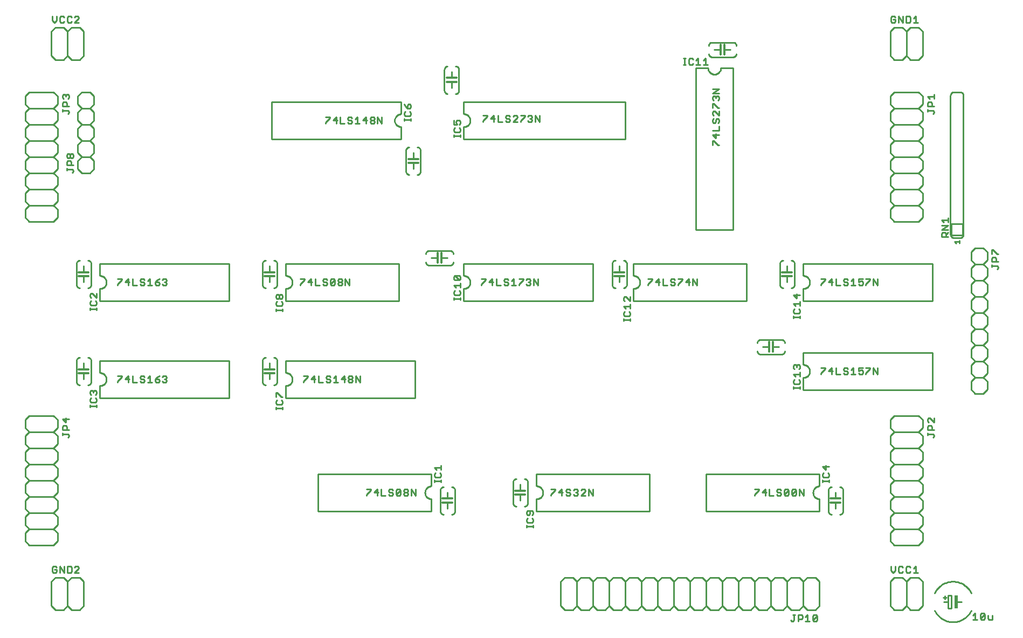
<source format=gtl>
G75*
%MOIN*%
%OFA0B0*%
%FSLAX24Y24*%
%IPPOS*%
%LPD*%
%AMOC8*
5,1,8,0,0,1.08239X$1,22.5*
%
%ADD10C,0.0100*%
%ADD11C,0.0120*%
%ADD12R,0.0200X0.0800*%
D10*
X006890Y005890D02*
X007140Y005640D01*
X007640Y005640D01*
X007890Y005890D01*
X007890Y007390D01*
X008140Y007640D01*
X008640Y007640D01*
X008890Y007390D01*
X008890Y005890D01*
X008640Y005640D01*
X008140Y005640D01*
X007890Y005890D01*
X006890Y005890D02*
X006890Y007390D01*
X007140Y007640D01*
X007640Y007640D01*
X007890Y007390D01*
X007861Y007940D02*
X008061Y007940D01*
X008128Y008007D01*
X008128Y008274D01*
X008061Y008340D01*
X007861Y008340D01*
X007861Y007940D01*
X007667Y007940D02*
X007667Y008340D01*
X007400Y008340D02*
X007667Y007940D01*
X007400Y007940D02*
X007400Y008340D01*
X007207Y008274D02*
X007140Y008340D01*
X007007Y008340D01*
X006940Y008274D01*
X006940Y008007D01*
X007007Y007940D01*
X007140Y007940D01*
X007207Y008007D01*
X007207Y008140D01*
X007073Y008140D01*
X008321Y008274D02*
X008388Y008340D01*
X008521Y008340D01*
X008588Y008274D01*
X008588Y008207D01*
X008321Y007940D01*
X008588Y007940D01*
X007015Y009640D02*
X005515Y009640D01*
X005265Y009890D01*
X005265Y010390D01*
X005515Y010640D01*
X007015Y010640D01*
X007265Y010390D01*
X007265Y009890D01*
X007015Y009640D01*
X007015Y010640D02*
X007265Y010890D01*
X007265Y011390D01*
X007015Y011640D01*
X005515Y011640D01*
X005265Y011390D01*
X005265Y010890D01*
X005515Y010640D01*
X005515Y011640D02*
X005265Y011890D01*
X005265Y012390D01*
X005515Y012640D01*
X007015Y012640D01*
X007265Y012390D01*
X007265Y011890D01*
X007015Y011640D01*
X007015Y012640D02*
X007265Y012890D01*
X007265Y013390D01*
X007015Y013640D01*
X005515Y013640D01*
X005265Y013390D01*
X005265Y012890D01*
X005515Y012640D01*
X005515Y013640D02*
X005265Y013890D01*
X005265Y014390D01*
X005515Y014640D01*
X007015Y014640D01*
X007265Y014390D01*
X007265Y013890D01*
X007015Y013640D01*
X007015Y014640D02*
X007265Y014890D01*
X007265Y015390D01*
X007015Y015640D01*
X005515Y015640D01*
X005265Y015390D01*
X005265Y014890D01*
X005515Y014640D01*
X005515Y015640D02*
X005265Y015890D01*
X005265Y016390D01*
X005515Y016640D01*
X007015Y016640D01*
X007265Y016390D01*
X007265Y015890D01*
X007015Y015640D01*
X007565Y016442D02*
X007565Y016576D01*
X007565Y016509D02*
X007898Y016509D01*
X007965Y016442D01*
X007965Y016376D01*
X007898Y016309D01*
X007832Y016769D02*
X007832Y016969D01*
X007765Y017036D01*
X007631Y017036D01*
X007565Y016969D01*
X007565Y016769D01*
X007965Y016769D01*
X007765Y017230D02*
X007765Y017496D01*
X007965Y017430D02*
X007565Y017430D01*
X007765Y017230D01*
X007265Y017390D02*
X007265Y016890D01*
X007015Y016640D01*
X007265Y017390D02*
X007015Y017640D01*
X005515Y017640D01*
X005265Y017390D01*
X005265Y016890D01*
X005515Y016640D01*
X009290Y018165D02*
X009290Y018298D01*
X009290Y018232D02*
X009690Y018232D01*
X009690Y018298D02*
X009690Y018165D01*
X009623Y018472D02*
X009690Y018539D01*
X009690Y018672D01*
X009623Y018739D01*
X009623Y018932D02*
X009690Y018999D01*
X009690Y019132D01*
X009623Y019199D01*
X009557Y019199D01*
X009490Y019132D01*
X009490Y019066D01*
X009490Y019132D02*
X009423Y019199D01*
X009356Y019199D01*
X009290Y019132D01*
X009290Y018999D01*
X009356Y018932D01*
X009356Y018739D02*
X009290Y018672D01*
X009290Y018539D01*
X009356Y018472D01*
X009623Y018472D01*
X009890Y018740D02*
X009890Y019490D01*
X009929Y019492D01*
X009968Y019498D01*
X010006Y019507D01*
X010043Y019520D01*
X010079Y019537D01*
X010112Y019557D01*
X010144Y019581D01*
X010173Y019607D01*
X010199Y019636D01*
X010223Y019668D01*
X010243Y019701D01*
X010260Y019737D01*
X010273Y019774D01*
X010282Y019812D01*
X010288Y019851D01*
X010290Y019890D01*
X010288Y019929D01*
X010282Y019968D01*
X010273Y020006D01*
X010260Y020043D01*
X010243Y020079D01*
X010223Y020112D01*
X010199Y020144D01*
X010173Y020173D01*
X010144Y020199D01*
X010112Y020223D01*
X010079Y020243D01*
X010043Y020260D01*
X010006Y020273D01*
X009968Y020282D01*
X009929Y020288D01*
X009890Y020290D01*
X009890Y021040D01*
X017890Y021040D01*
X017890Y018740D01*
X009890Y018740D01*
X009340Y019740D02*
X009340Y021040D01*
X009338Y021066D01*
X009333Y021092D01*
X009325Y021117D01*
X009313Y021140D01*
X009299Y021162D01*
X009281Y021181D01*
X009262Y021199D01*
X009240Y021213D01*
X009217Y021225D01*
X009192Y021233D01*
X009166Y021238D01*
X009140Y021240D01*
X008890Y020890D02*
X008890Y020510D01*
X008890Y020260D02*
X008890Y019890D01*
X008640Y019540D02*
X008614Y019542D01*
X008588Y019547D01*
X008563Y019555D01*
X008540Y019567D01*
X008518Y019581D01*
X008499Y019599D01*
X008481Y019618D01*
X008467Y019640D01*
X008455Y019663D01*
X008447Y019688D01*
X008442Y019714D01*
X008440Y019740D01*
X008440Y021040D01*
X008442Y021066D01*
X008447Y021092D01*
X008455Y021117D01*
X008467Y021140D01*
X008481Y021162D01*
X008499Y021181D01*
X008518Y021199D01*
X008540Y021213D01*
X008563Y021225D01*
X008588Y021233D01*
X008614Y021238D01*
X008640Y021240D01*
X010990Y020090D02*
X011257Y020090D01*
X011257Y020024D01*
X010990Y019757D01*
X010990Y019690D01*
X011450Y019890D02*
X011717Y019890D01*
X011651Y019690D02*
X011651Y020090D01*
X011450Y019890D01*
X011911Y020090D02*
X011911Y019690D01*
X012178Y019690D01*
X012371Y019757D02*
X012438Y019690D01*
X012571Y019690D01*
X012638Y019757D01*
X012638Y019823D01*
X012571Y019890D01*
X012438Y019890D01*
X012371Y019957D01*
X012371Y020024D01*
X012438Y020090D01*
X012571Y020090D01*
X012638Y020024D01*
X012832Y019957D02*
X012965Y020090D01*
X012965Y019690D01*
X012832Y019690D02*
X013098Y019690D01*
X013292Y019757D02*
X013359Y019690D01*
X013492Y019690D01*
X013559Y019757D01*
X013559Y019823D01*
X013492Y019890D01*
X013292Y019890D01*
X013292Y019757D01*
X013292Y019890D02*
X013425Y020024D01*
X013559Y020090D01*
X013752Y020024D02*
X013819Y020090D01*
X013953Y020090D01*
X014019Y020024D01*
X014019Y019957D01*
X013953Y019890D01*
X014019Y019823D01*
X014019Y019757D01*
X013953Y019690D01*
X013819Y019690D01*
X013752Y019757D01*
X013886Y019890D02*
X013953Y019890D01*
X009340Y019740D02*
X009338Y019714D01*
X009333Y019688D01*
X009325Y019663D01*
X009313Y019640D01*
X009299Y019618D01*
X009281Y019599D01*
X009262Y019581D01*
X009240Y019567D01*
X009217Y019555D01*
X009192Y019547D01*
X009166Y019542D01*
X009140Y019540D01*
X009290Y024165D02*
X009290Y024298D01*
X009290Y024232D02*
X009690Y024232D01*
X009690Y024298D02*
X009690Y024165D01*
X009623Y024472D02*
X009690Y024539D01*
X009690Y024672D01*
X009623Y024739D01*
X009690Y024932D02*
X009423Y025199D01*
X009356Y025199D01*
X009290Y025132D01*
X009290Y024999D01*
X009356Y024932D01*
X009356Y024739D02*
X009290Y024672D01*
X009290Y024539D01*
X009356Y024472D01*
X009623Y024472D01*
X009890Y024740D02*
X009890Y025490D01*
X009690Y025199D02*
X009690Y024932D01*
X009890Y024740D02*
X017890Y024740D01*
X017890Y027040D01*
X009890Y027040D01*
X009890Y026290D01*
X009929Y026288D01*
X009968Y026282D01*
X010006Y026273D01*
X010043Y026260D01*
X010079Y026243D01*
X010112Y026223D01*
X010144Y026199D01*
X010173Y026173D01*
X010199Y026144D01*
X010223Y026112D01*
X010243Y026079D01*
X010260Y026043D01*
X010273Y026006D01*
X010282Y025968D01*
X010288Y025929D01*
X010290Y025890D01*
X010288Y025851D01*
X010282Y025812D01*
X010273Y025774D01*
X010260Y025737D01*
X010243Y025701D01*
X010223Y025668D01*
X010199Y025636D01*
X010173Y025607D01*
X010144Y025581D01*
X010112Y025557D01*
X010079Y025537D01*
X010043Y025520D01*
X010006Y025507D01*
X009968Y025498D01*
X009929Y025492D01*
X009890Y025490D01*
X009340Y025740D02*
X009340Y027040D01*
X009338Y027066D01*
X009333Y027092D01*
X009325Y027117D01*
X009313Y027140D01*
X009299Y027162D01*
X009281Y027181D01*
X009262Y027199D01*
X009240Y027213D01*
X009217Y027225D01*
X009192Y027233D01*
X009166Y027238D01*
X009140Y027240D01*
X008890Y026890D02*
X008890Y026510D01*
X008890Y026260D02*
X008890Y025890D01*
X008640Y025540D02*
X008614Y025542D01*
X008588Y025547D01*
X008563Y025555D01*
X008540Y025567D01*
X008518Y025581D01*
X008499Y025599D01*
X008481Y025618D01*
X008467Y025640D01*
X008455Y025663D01*
X008447Y025688D01*
X008442Y025714D01*
X008440Y025740D01*
X008440Y027040D01*
X008442Y027066D01*
X008447Y027092D01*
X008455Y027117D01*
X008467Y027140D01*
X008481Y027162D01*
X008499Y027181D01*
X008518Y027199D01*
X008540Y027213D01*
X008563Y027225D01*
X008588Y027233D01*
X008614Y027238D01*
X008640Y027240D01*
X009340Y025740D02*
X009338Y025714D01*
X009333Y025688D01*
X009325Y025663D01*
X009313Y025640D01*
X009299Y025618D01*
X009281Y025599D01*
X009262Y025581D01*
X009240Y025567D01*
X009217Y025555D01*
X009192Y025547D01*
X009166Y025542D01*
X009140Y025540D01*
X010990Y025690D02*
X010990Y025757D01*
X011257Y026024D01*
X011257Y026090D01*
X010990Y026090D01*
X011450Y025890D02*
X011717Y025890D01*
X011651Y025690D02*
X011651Y026090D01*
X011450Y025890D01*
X011911Y025690D02*
X012178Y025690D01*
X012371Y025757D02*
X012438Y025690D01*
X012571Y025690D01*
X012638Y025757D01*
X012638Y025823D01*
X012571Y025890D01*
X012438Y025890D01*
X012371Y025957D01*
X012371Y026024D01*
X012438Y026090D01*
X012571Y026090D01*
X012638Y026024D01*
X012832Y025957D02*
X012965Y026090D01*
X012965Y025690D01*
X012832Y025690D02*
X013098Y025690D01*
X013292Y025757D02*
X013359Y025690D01*
X013492Y025690D01*
X013559Y025757D01*
X013559Y025823D01*
X013492Y025890D01*
X013292Y025890D01*
X013292Y025757D01*
X013292Y025890D02*
X013425Y026024D01*
X013559Y026090D01*
X013752Y026024D02*
X013819Y026090D01*
X013953Y026090D01*
X014019Y026024D01*
X014019Y025957D01*
X013953Y025890D01*
X014019Y025823D01*
X014019Y025757D01*
X013953Y025690D01*
X013819Y025690D01*
X013752Y025757D01*
X013886Y025890D02*
X013953Y025890D01*
X011911Y026090D02*
X011911Y025690D01*
X007265Y029890D02*
X007015Y029640D01*
X005515Y029640D01*
X005265Y029890D01*
X005265Y030390D01*
X005515Y030640D01*
X007015Y030640D01*
X007265Y030390D01*
X007265Y029890D01*
X007015Y030640D02*
X007265Y030890D01*
X007265Y031390D01*
X007015Y031640D01*
X005515Y031640D01*
X005265Y031390D01*
X005265Y030890D01*
X005515Y030640D01*
X005515Y031640D02*
X005265Y031890D01*
X005265Y032390D01*
X005515Y032640D01*
X007015Y032640D01*
X007265Y032390D01*
X007265Y031890D01*
X007015Y031640D01*
X007015Y032640D02*
X007265Y032890D01*
X007265Y033390D01*
X007015Y033640D01*
X005515Y033640D01*
X005265Y033390D01*
X005265Y032890D01*
X005515Y032640D01*
X005515Y033640D02*
X005265Y033890D01*
X005265Y034390D01*
X005515Y034640D01*
X007015Y034640D01*
X007265Y034390D01*
X007265Y033890D01*
X007015Y033640D01*
X007845Y033648D02*
X007845Y033781D01*
X007911Y033848D01*
X007978Y033848D01*
X008045Y033781D01*
X008045Y033648D01*
X007978Y033581D01*
X007911Y033581D01*
X007845Y033648D01*
X008045Y033648D02*
X008112Y033581D01*
X008178Y033581D01*
X008245Y033648D01*
X008245Y033781D01*
X008178Y033848D01*
X008112Y033848D01*
X008045Y033781D01*
X008045Y033387D02*
X008112Y033321D01*
X008112Y033120D01*
X008245Y033120D02*
X007845Y033120D01*
X007845Y033321D01*
X007911Y033387D01*
X008045Y033387D01*
X008515Y033390D02*
X008515Y032890D01*
X008765Y032640D01*
X009265Y032640D01*
X009515Y032890D01*
X009515Y033390D01*
X009265Y033640D01*
X009515Y033890D01*
X009515Y034390D01*
X009265Y034640D01*
X008765Y034640D01*
X008515Y034390D01*
X008515Y033890D01*
X008765Y033640D01*
X009265Y033640D01*
X008765Y033640D02*
X008515Y033390D01*
X008178Y032860D02*
X007845Y032860D01*
X007845Y032793D02*
X007845Y032927D01*
X008178Y032860D02*
X008245Y032793D01*
X008245Y032727D01*
X008178Y032660D01*
X008765Y034640D02*
X008515Y034890D01*
X008515Y035390D01*
X008765Y035640D01*
X008515Y035890D01*
X008515Y036390D01*
X008765Y036640D01*
X008515Y036890D01*
X008515Y037390D01*
X008765Y037640D01*
X009265Y037640D01*
X009515Y037390D01*
X009515Y036890D01*
X009265Y036640D01*
X009515Y036390D01*
X009515Y035890D01*
X009265Y035640D01*
X009515Y035390D01*
X009515Y034890D01*
X009265Y034640D01*
X009265Y035640D02*
X008765Y035640D01*
X007965Y036376D02*
X007898Y036309D01*
X007965Y036376D02*
X007965Y036442D01*
X007898Y036509D01*
X007565Y036509D01*
X007565Y036442D02*
X007565Y036576D01*
X007565Y036769D02*
X007565Y036969D01*
X007631Y037036D01*
X007765Y037036D01*
X007832Y036969D01*
X007832Y036769D01*
X007965Y036769D02*
X007565Y036769D01*
X007265Y036890D02*
X007015Y036640D01*
X005515Y036640D01*
X005265Y036390D01*
X005265Y035890D01*
X005515Y035640D01*
X007015Y035640D01*
X007265Y035390D01*
X007265Y034890D01*
X007015Y034640D01*
X007015Y035640D02*
X007265Y035890D01*
X007265Y036390D01*
X007015Y036640D01*
X007265Y036890D02*
X007265Y037390D01*
X007015Y037640D01*
X005515Y037640D01*
X005265Y037390D01*
X005265Y036890D01*
X005515Y036640D01*
X005515Y035640D02*
X005265Y035390D01*
X005265Y034890D01*
X005515Y034640D01*
X007631Y037230D02*
X007565Y037296D01*
X007565Y037430D01*
X007631Y037496D01*
X007698Y037496D01*
X007765Y037430D01*
X007832Y037496D01*
X007898Y037496D01*
X007965Y037430D01*
X007965Y037296D01*
X007898Y037230D01*
X007765Y037363D02*
X007765Y037430D01*
X008765Y036640D02*
X009265Y036640D01*
X008640Y039640D02*
X008140Y039640D01*
X007890Y039890D01*
X007890Y041390D01*
X008140Y041640D01*
X008640Y041640D01*
X008890Y041390D01*
X008890Y039890D01*
X008640Y039640D01*
X007890Y039890D02*
X007640Y039640D01*
X007140Y039640D01*
X006890Y039890D01*
X006890Y041390D01*
X007140Y041640D01*
X007640Y041640D01*
X007890Y041390D01*
X007928Y041940D02*
X008061Y041940D01*
X008128Y042007D01*
X008321Y041940D02*
X008588Y042207D01*
X008588Y042274D01*
X008521Y042340D01*
X008388Y042340D01*
X008321Y042274D01*
X008128Y042274D02*
X008061Y042340D01*
X007928Y042340D01*
X007861Y042274D01*
X007861Y042007D01*
X007928Y041940D01*
X007667Y042007D02*
X007601Y041940D01*
X007467Y041940D01*
X007400Y042007D01*
X007400Y042274D01*
X007467Y042340D01*
X007601Y042340D01*
X007667Y042274D01*
X007207Y042340D02*
X007207Y042073D01*
X007073Y041940D01*
X006940Y042073D01*
X006940Y042340D01*
X008321Y041940D02*
X008588Y041940D01*
X020515Y037040D02*
X020515Y034740D01*
X028515Y034740D01*
X028515Y035490D01*
X028476Y035492D01*
X028437Y035498D01*
X028399Y035507D01*
X028362Y035520D01*
X028326Y035537D01*
X028293Y035557D01*
X028261Y035581D01*
X028232Y035607D01*
X028206Y035636D01*
X028182Y035668D01*
X028162Y035701D01*
X028145Y035737D01*
X028132Y035774D01*
X028123Y035812D01*
X028117Y035851D01*
X028115Y035890D01*
X028117Y035929D01*
X028123Y035968D01*
X028132Y036006D01*
X028145Y036043D01*
X028162Y036079D01*
X028182Y036112D01*
X028206Y036144D01*
X028232Y036173D01*
X028261Y036199D01*
X028293Y036223D01*
X028326Y036243D01*
X028362Y036260D01*
X028399Y036273D01*
X028437Y036282D01*
X028476Y036288D01*
X028515Y036290D01*
X028515Y037040D01*
X020515Y037040D01*
X023832Y036090D02*
X024099Y036090D01*
X024099Y036024D01*
X023832Y035757D01*
X023832Y035690D01*
X024292Y035890D02*
X024559Y035890D01*
X024492Y035690D02*
X024492Y036090D01*
X024292Y035890D01*
X024753Y036090D02*
X024753Y035690D01*
X025020Y035690D01*
X025213Y035757D02*
X025280Y035690D01*
X025413Y035690D01*
X025480Y035757D01*
X025480Y035823D01*
X025413Y035890D01*
X025280Y035890D01*
X025213Y035957D01*
X025213Y036024D01*
X025280Y036090D01*
X025413Y036090D01*
X025480Y036024D01*
X025673Y035957D02*
X025807Y036090D01*
X025807Y035690D01*
X025940Y035690D02*
X025673Y035690D01*
X026134Y035890D02*
X026401Y035890D01*
X026594Y035823D02*
X026661Y035890D01*
X026794Y035890D01*
X026861Y035823D01*
X026861Y035757D01*
X026794Y035690D01*
X026661Y035690D01*
X026594Y035757D01*
X026594Y035823D01*
X026661Y035890D02*
X026594Y035957D01*
X026594Y036024D01*
X026661Y036090D01*
X026794Y036090D01*
X026861Y036024D01*
X026861Y035957D01*
X026794Y035890D01*
X027055Y035690D02*
X027055Y036090D01*
X027321Y035690D01*
X027321Y036090D01*
X026334Y036090D02*
X026334Y035690D01*
X026134Y035890D02*
X026334Y036090D01*
X028715Y035996D02*
X028715Y035862D01*
X028715Y035929D02*
X029115Y035929D01*
X029115Y035862D02*
X029115Y035996D01*
X029048Y036169D02*
X029115Y036236D01*
X029115Y036369D01*
X029048Y036436D01*
X029048Y036630D02*
X029115Y036696D01*
X029115Y036830D01*
X029048Y036896D01*
X028982Y036896D01*
X028915Y036830D01*
X028915Y036630D01*
X029048Y036630D01*
X028915Y036630D02*
X028781Y036763D01*
X028715Y036896D01*
X028781Y036436D02*
X028715Y036369D01*
X028715Y036236D01*
X028781Y036169D01*
X029048Y036169D01*
X029015Y034240D02*
X028989Y034238D01*
X028963Y034233D01*
X028938Y034225D01*
X028915Y034213D01*
X028893Y034199D01*
X028874Y034181D01*
X028856Y034162D01*
X028842Y034140D01*
X028830Y034117D01*
X028822Y034092D01*
X028817Y034066D01*
X028815Y034040D01*
X028815Y032740D01*
X028817Y032714D01*
X028822Y032688D01*
X028830Y032663D01*
X028842Y032640D01*
X028856Y032618D01*
X028874Y032599D01*
X028893Y032581D01*
X028915Y032567D01*
X028938Y032555D01*
X028963Y032547D01*
X028989Y032542D01*
X029015Y032540D01*
X029265Y032890D02*
X029265Y033260D01*
X029265Y033510D02*
X029265Y033890D01*
X029515Y034240D02*
X029541Y034238D01*
X029567Y034233D01*
X029592Y034225D01*
X029615Y034213D01*
X029637Y034199D01*
X029656Y034181D01*
X029674Y034162D01*
X029688Y034140D01*
X029700Y034117D01*
X029708Y034092D01*
X029713Y034066D01*
X029715Y034040D01*
X029715Y032740D01*
X029713Y032714D01*
X029708Y032688D01*
X029700Y032663D01*
X029688Y032640D01*
X029674Y032618D01*
X029656Y032599D01*
X029637Y032581D01*
X029615Y032567D01*
X029592Y032555D01*
X029567Y032547D01*
X029541Y032542D01*
X029515Y032540D01*
X031790Y034865D02*
X031790Y034998D01*
X031790Y034932D02*
X032190Y034932D01*
X032190Y034998D02*
X032190Y034865D01*
X032390Y034740D02*
X032390Y035490D01*
X032190Y035372D02*
X032123Y035439D01*
X032190Y035372D02*
X032190Y035239D01*
X032123Y035172D01*
X031856Y035172D01*
X031790Y035239D01*
X031790Y035372D01*
X031856Y035439D01*
X031790Y035632D02*
X031990Y035632D01*
X031923Y035766D01*
X031923Y035832D01*
X031990Y035899D01*
X032123Y035899D01*
X032190Y035832D01*
X032190Y035699D01*
X032123Y035632D01*
X031790Y035632D02*
X031790Y035899D01*
X032390Y036290D02*
X032429Y036288D01*
X032468Y036282D01*
X032506Y036273D01*
X032543Y036260D01*
X032579Y036243D01*
X032612Y036223D01*
X032644Y036199D01*
X032673Y036173D01*
X032699Y036144D01*
X032723Y036112D01*
X032743Y036079D01*
X032760Y036043D01*
X032773Y036006D01*
X032782Y035968D01*
X032788Y035929D01*
X032790Y035890D01*
X032788Y035851D01*
X032782Y035812D01*
X032773Y035774D01*
X032760Y035737D01*
X032743Y035701D01*
X032723Y035668D01*
X032699Y035636D01*
X032673Y035607D01*
X032644Y035581D01*
X032612Y035557D01*
X032579Y035537D01*
X032543Y035520D01*
X032506Y035507D01*
X032468Y035498D01*
X032429Y035492D01*
X032390Y035490D01*
X032390Y036290D02*
X032390Y037040D01*
X042390Y037040D01*
X042390Y034740D01*
X032390Y034740D01*
X033590Y035790D02*
X033590Y035857D01*
X033857Y036124D01*
X033857Y036190D01*
X033590Y036190D01*
X034050Y035990D02*
X034317Y035990D01*
X034251Y035790D02*
X034251Y036190D01*
X034050Y035990D01*
X034511Y036190D02*
X034511Y035790D01*
X034778Y035790D01*
X034971Y035857D02*
X035038Y035790D01*
X035171Y035790D01*
X035238Y035857D01*
X035238Y035923D01*
X035171Y035990D01*
X035038Y035990D01*
X034971Y036057D01*
X034971Y036124D01*
X035038Y036190D01*
X035171Y036190D01*
X035238Y036124D01*
X035432Y036124D02*
X035498Y036190D01*
X035632Y036190D01*
X035698Y036124D01*
X035698Y036057D01*
X035432Y035790D01*
X035698Y035790D01*
X035892Y035790D02*
X035892Y035857D01*
X036159Y036124D01*
X036159Y036190D01*
X035892Y036190D01*
X036352Y036124D02*
X036419Y036190D01*
X036553Y036190D01*
X036619Y036124D01*
X036619Y036057D01*
X036553Y035990D01*
X036619Y035923D01*
X036619Y035857D01*
X036553Y035790D01*
X036419Y035790D01*
X036352Y035857D01*
X036486Y035990D02*
X036553Y035990D01*
X036813Y035790D02*
X036813Y036190D01*
X037080Y035790D01*
X037080Y036190D01*
X032090Y037740D02*
X032090Y039040D01*
X032088Y039066D01*
X032083Y039092D01*
X032075Y039117D01*
X032063Y039140D01*
X032049Y039162D01*
X032031Y039181D01*
X032012Y039199D01*
X031990Y039213D01*
X031967Y039225D01*
X031942Y039233D01*
X031916Y039238D01*
X031890Y039240D01*
X031640Y038890D02*
X031640Y038520D01*
X031640Y038270D02*
X031640Y037890D01*
X031890Y037540D02*
X031916Y037542D01*
X031942Y037547D01*
X031967Y037555D01*
X031990Y037567D01*
X032012Y037581D01*
X032031Y037599D01*
X032049Y037618D01*
X032063Y037640D01*
X032075Y037663D01*
X032083Y037688D01*
X032088Y037714D01*
X032090Y037740D01*
X031390Y037540D02*
X031364Y037542D01*
X031338Y037547D01*
X031313Y037555D01*
X031290Y037567D01*
X031268Y037581D01*
X031249Y037599D01*
X031231Y037618D01*
X031217Y037640D01*
X031205Y037663D01*
X031197Y037688D01*
X031192Y037714D01*
X031190Y037740D01*
X031190Y039040D01*
X031192Y039066D01*
X031197Y039092D01*
X031205Y039117D01*
X031217Y039140D01*
X031231Y039162D01*
X031249Y039181D01*
X031268Y039199D01*
X031290Y039213D01*
X031313Y039225D01*
X031338Y039233D01*
X031364Y039238D01*
X031390Y039240D01*
X045990Y039340D02*
X046123Y039340D01*
X046057Y039340D02*
X046057Y039740D01*
X046123Y039740D02*
X045990Y039740D01*
X046297Y039674D02*
X046297Y039407D01*
X046364Y039340D01*
X046497Y039340D01*
X046564Y039407D01*
X046757Y039340D02*
X047024Y039340D01*
X046891Y039340D02*
X046891Y039740D01*
X046757Y039607D01*
X046564Y039674D02*
X046497Y039740D01*
X046364Y039740D01*
X046297Y039674D01*
X046740Y039140D02*
X047490Y039140D01*
X047485Y039340D02*
X047218Y039340D01*
X047351Y039340D02*
X047351Y039740D01*
X047218Y039607D01*
X047740Y039815D02*
X049040Y039815D01*
X049066Y039817D01*
X049092Y039822D01*
X049117Y039830D01*
X049140Y039842D01*
X049162Y039856D01*
X049181Y039874D01*
X049199Y039893D01*
X049213Y039915D01*
X049225Y039938D01*
X049233Y039963D01*
X049238Y039989D01*
X049240Y040015D01*
X048890Y040265D02*
X048510Y040265D01*
X048260Y040265D02*
X047890Y040265D01*
X047540Y040515D02*
X047542Y040541D01*
X047547Y040567D01*
X047555Y040592D01*
X047567Y040615D01*
X047581Y040637D01*
X047599Y040656D01*
X047618Y040674D01*
X047640Y040688D01*
X047663Y040700D01*
X047688Y040708D01*
X047714Y040713D01*
X047740Y040715D01*
X049040Y040715D01*
X049066Y040713D01*
X049092Y040708D01*
X049117Y040700D01*
X049140Y040688D01*
X049162Y040674D01*
X049181Y040656D01*
X049199Y040637D01*
X049213Y040615D01*
X049225Y040592D01*
X049233Y040567D01*
X049238Y040541D01*
X049240Y040515D01*
X049040Y039140D02*
X048290Y039140D01*
X048288Y039101D01*
X048282Y039062D01*
X048273Y039024D01*
X048260Y038987D01*
X048243Y038951D01*
X048223Y038918D01*
X048199Y038886D01*
X048173Y038857D01*
X048144Y038831D01*
X048112Y038807D01*
X048079Y038787D01*
X048043Y038770D01*
X048006Y038757D01*
X047968Y038748D01*
X047929Y038742D01*
X047890Y038740D01*
X047851Y038742D01*
X047812Y038748D01*
X047774Y038757D01*
X047737Y038770D01*
X047701Y038787D01*
X047668Y038807D01*
X047636Y038831D01*
X047607Y038857D01*
X047581Y038886D01*
X047557Y038918D01*
X047537Y038951D01*
X047520Y038987D01*
X047507Y039024D01*
X047498Y039062D01*
X047492Y039101D01*
X047490Y039140D01*
X046740Y039140D02*
X046740Y029140D01*
X049040Y029140D01*
X049040Y039140D01*
X047740Y039815D02*
X047714Y039817D01*
X047688Y039822D01*
X047663Y039830D01*
X047640Y039842D01*
X047618Y039856D01*
X047599Y039874D01*
X047581Y039893D01*
X047567Y039915D01*
X047555Y039938D01*
X047547Y039963D01*
X047542Y039989D01*
X047540Y040015D01*
X047790Y037846D02*
X048190Y037846D01*
X047790Y037580D01*
X048190Y037580D01*
X048123Y037386D02*
X048190Y037319D01*
X048190Y037186D01*
X048123Y037119D01*
X047990Y037253D02*
X047990Y037319D01*
X048057Y037386D01*
X048123Y037386D01*
X047990Y037319D02*
X047923Y037386D01*
X047856Y037386D01*
X047790Y037319D01*
X047790Y037186D01*
X047856Y037119D01*
X047856Y036926D02*
X048123Y036659D01*
X048190Y036659D01*
X048190Y036465D02*
X048190Y036198D01*
X047923Y036465D01*
X047856Y036465D01*
X047790Y036399D01*
X047790Y036265D01*
X047856Y036198D01*
X047856Y036005D02*
X047790Y035938D01*
X047790Y035805D01*
X047856Y035738D01*
X047923Y035738D01*
X047990Y035805D01*
X047990Y035938D01*
X048057Y036005D01*
X048123Y036005D01*
X048190Y035938D01*
X048190Y035805D01*
X048123Y035738D01*
X048190Y035545D02*
X048190Y035278D01*
X047790Y035278D01*
X047790Y035017D02*
X047990Y034817D01*
X047990Y035084D01*
X048190Y035017D02*
X047790Y035017D01*
X047790Y034624D02*
X047856Y034624D01*
X048123Y034357D01*
X048190Y034357D01*
X047790Y034357D02*
X047790Y034624D01*
X047790Y036659D02*
X047790Y036926D01*
X047856Y036926D01*
X058765Y036890D02*
X058765Y037390D01*
X059015Y037640D01*
X060515Y037640D01*
X060765Y037390D01*
X060765Y036890D01*
X060515Y036640D01*
X059015Y036640D01*
X058765Y036390D01*
X058765Y035890D01*
X059015Y035640D01*
X060515Y035640D01*
X060765Y035390D01*
X060765Y034890D01*
X060515Y034640D01*
X059015Y034640D01*
X058765Y034390D01*
X058765Y033890D01*
X059015Y033640D01*
X060515Y033640D01*
X060765Y033390D01*
X060765Y032890D01*
X060515Y032640D01*
X059015Y032640D01*
X058765Y032390D01*
X058765Y031890D01*
X059015Y031640D01*
X060515Y031640D01*
X060765Y031390D01*
X060765Y030890D01*
X060515Y030640D01*
X060765Y030390D01*
X060765Y029890D01*
X060515Y029640D01*
X059015Y029640D01*
X058765Y029890D01*
X058765Y030390D01*
X059015Y030640D01*
X060515Y030640D01*
X059015Y030640D02*
X058765Y030890D01*
X058765Y031390D01*
X059015Y031640D01*
X059015Y032640D02*
X058765Y032890D01*
X058765Y033390D01*
X059015Y033640D01*
X059015Y034640D02*
X058765Y034890D01*
X058765Y035390D01*
X059015Y035640D01*
X059015Y036640D02*
X058765Y036890D01*
X060515Y036640D02*
X060765Y036390D01*
X060765Y035890D01*
X060515Y035640D01*
X061398Y036309D02*
X061465Y036376D01*
X061465Y036442D01*
X061398Y036509D01*
X061065Y036509D01*
X061065Y036442D02*
X061065Y036576D01*
X061065Y036769D02*
X061065Y036969D01*
X061131Y037036D01*
X061265Y037036D01*
X061332Y036969D01*
X061332Y036769D01*
X061465Y036769D02*
X061065Y036769D01*
X061198Y037230D02*
X061065Y037363D01*
X061465Y037363D01*
X061465Y037230D02*
X061465Y037496D01*
X062490Y037440D02*
X062490Y028840D01*
X062540Y028790D02*
X062540Y029490D01*
X063240Y029490D01*
X063240Y028790D01*
X062540Y028790D01*
X062490Y028840D02*
X062492Y028814D01*
X062497Y028788D01*
X062505Y028763D01*
X062517Y028740D01*
X062531Y028718D01*
X062549Y028699D01*
X062568Y028681D01*
X062590Y028667D01*
X062613Y028655D01*
X062638Y028647D01*
X062664Y028642D01*
X062690Y028640D01*
X063090Y028640D01*
X063040Y028483D02*
X063040Y028290D01*
X063040Y028387D02*
X062750Y028387D01*
X062847Y028290D01*
X062340Y028690D02*
X061940Y028690D01*
X061940Y028890D01*
X062006Y028957D01*
X062140Y028957D01*
X062207Y028890D01*
X062207Y028690D01*
X062207Y028823D02*
X062340Y028957D01*
X062340Y029150D02*
X061940Y029150D01*
X062340Y029417D01*
X061940Y029417D01*
X062073Y029611D02*
X061940Y029744D01*
X062340Y029744D01*
X062340Y029611D02*
X062340Y029878D01*
X063290Y028840D02*
X063288Y028814D01*
X063283Y028788D01*
X063275Y028763D01*
X063263Y028740D01*
X063249Y028718D01*
X063231Y028699D01*
X063212Y028681D01*
X063190Y028667D01*
X063167Y028655D01*
X063142Y028647D01*
X063116Y028642D01*
X063090Y028640D01*
X063290Y028840D02*
X063290Y037440D01*
X063288Y037466D01*
X063283Y037492D01*
X063275Y037517D01*
X063263Y037540D01*
X063249Y037562D01*
X063231Y037581D01*
X063212Y037599D01*
X063190Y037613D01*
X063167Y037625D01*
X063142Y037633D01*
X063116Y037638D01*
X063090Y037640D01*
X062690Y037640D01*
X062664Y037638D01*
X062638Y037633D01*
X062613Y037625D01*
X062590Y037613D01*
X062568Y037599D01*
X062549Y037581D01*
X062531Y037562D01*
X062517Y037540D01*
X062505Y037517D01*
X062497Y037492D01*
X062492Y037466D01*
X062490Y037440D01*
X060515Y039640D02*
X060015Y039640D01*
X059765Y039890D01*
X059765Y041390D01*
X060015Y041640D01*
X060515Y041640D01*
X060765Y041390D01*
X060765Y039890D01*
X060515Y039640D01*
X059765Y039890D02*
X059515Y039640D01*
X059015Y039640D01*
X058765Y039890D01*
X058765Y041390D01*
X059015Y041640D01*
X059515Y041640D01*
X059765Y041390D01*
X059736Y041940D02*
X059936Y041940D01*
X060003Y042007D01*
X060003Y042274D01*
X059936Y042340D01*
X059736Y042340D01*
X059736Y041940D01*
X059542Y041940D02*
X059542Y042340D01*
X059275Y042340D02*
X059542Y041940D01*
X059275Y041940D02*
X059275Y042340D01*
X059082Y042274D02*
X059015Y042340D01*
X058882Y042340D01*
X058815Y042274D01*
X058815Y042007D01*
X058882Y041940D01*
X059015Y041940D01*
X059082Y042007D01*
X059082Y042140D01*
X058948Y042140D01*
X060196Y042207D02*
X060330Y042340D01*
X060330Y041940D01*
X060463Y041940D02*
X060196Y041940D01*
X060515Y034640D02*
X060765Y034390D01*
X060765Y033890D01*
X060515Y033640D01*
X060515Y032640D02*
X060765Y032390D01*
X060765Y031890D01*
X060515Y031640D01*
X064015Y028015D02*
X063765Y027765D01*
X063765Y027265D01*
X064015Y027015D01*
X063765Y026765D01*
X063765Y026265D01*
X064015Y026015D01*
X064515Y026015D01*
X064765Y026265D01*
X064765Y026765D01*
X064515Y027015D01*
X064015Y027015D01*
X064515Y027015D02*
X064765Y027265D01*
X064765Y027765D01*
X064515Y028015D01*
X064015Y028015D01*
X065035Y027901D02*
X065035Y027635D01*
X065101Y027441D02*
X065235Y027441D01*
X065302Y027374D01*
X065302Y027174D01*
X065435Y027174D02*
X065035Y027174D01*
X065035Y027374D01*
X065101Y027441D01*
X065368Y027635D02*
X065101Y027901D01*
X065035Y027901D01*
X065368Y027635D02*
X065435Y027635D01*
X065368Y026914D02*
X065035Y026914D01*
X065035Y026847D02*
X065035Y026981D01*
X065368Y026914D02*
X065435Y026847D01*
X065435Y026781D01*
X065368Y026714D01*
X064515Y026015D02*
X064765Y025765D01*
X064765Y025265D01*
X064515Y025015D01*
X064765Y024765D01*
X064765Y024265D01*
X064515Y024015D01*
X064765Y023765D01*
X064765Y023265D01*
X064515Y023015D01*
X064015Y023015D01*
X063765Y023265D01*
X063765Y023765D01*
X064015Y024015D01*
X063765Y024265D01*
X063765Y024765D01*
X064015Y025015D01*
X063765Y025265D01*
X063765Y025765D01*
X064015Y026015D01*
X064015Y025015D02*
X064515Y025015D01*
X064515Y024015D02*
X064015Y024015D01*
X064015Y023015D02*
X063765Y022765D01*
X063765Y022265D01*
X064015Y022015D01*
X063765Y021765D01*
X063765Y021265D01*
X064015Y021015D01*
X063765Y020765D01*
X063765Y020265D01*
X064015Y020015D01*
X063765Y019765D01*
X063765Y019265D01*
X064015Y019015D01*
X064515Y019015D01*
X064765Y019265D01*
X064765Y019765D01*
X064515Y020015D01*
X064015Y020015D01*
X064515Y020015D02*
X064765Y020265D01*
X064765Y020765D01*
X064515Y021015D01*
X064015Y021015D01*
X064515Y021015D02*
X064765Y021265D01*
X064765Y021765D01*
X064515Y022015D01*
X064015Y022015D01*
X064515Y022015D02*
X064765Y022265D01*
X064765Y022765D01*
X064515Y023015D01*
X061390Y021540D02*
X061390Y019240D01*
X053390Y019240D01*
X053390Y019990D01*
X053190Y020057D02*
X053190Y020324D01*
X053190Y020191D02*
X052790Y020191D01*
X052923Y020057D01*
X052856Y019864D02*
X052790Y019797D01*
X052790Y019664D01*
X052856Y019597D01*
X053123Y019597D01*
X053190Y019664D01*
X053190Y019797D01*
X053123Y019864D01*
X053190Y019423D02*
X053190Y019290D01*
X053190Y019357D02*
X052790Y019357D01*
X052790Y019423D02*
X052790Y019290D01*
X054490Y020190D02*
X054490Y020257D01*
X054757Y020524D01*
X054757Y020590D01*
X054490Y020590D01*
X054950Y020390D02*
X055217Y020390D01*
X055151Y020190D02*
X055151Y020590D01*
X054950Y020390D01*
X055411Y020190D02*
X055678Y020190D01*
X055871Y020257D02*
X055938Y020190D01*
X056071Y020190D01*
X056138Y020257D01*
X056138Y020323D01*
X056071Y020390D01*
X055938Y020390D01*
X055871Y020457D01*
X055871Y020524D01*
X055938Y020590D01*
X056071Y020590D01*
X056138Y020524D01*
X056332Y020457D02*
X056465Y020590D01*
X056465Y020190D01*
X056332Y020190D02*
X056598Y020190D01*
X056792Y020257D02*
X056859Y020190D01*
X056992Y020190D01*
X057059Y020257D01*
X057059Y020390D01*
X056992Y020457D01*
X056925Y020457D01*
X056792Y020390D01*
X056792Y020590D01*
X057059Y020590D01*
X057252Y020590D02*
X057519Y020590D01*
X057519Y020524D01*
X057252Y020257D01*
X057252Y020190D01*
X057713Y020190D02*
X057713Y020590D01*
X057980Y020190D01*
X057980Y020590D01*
X055411Y020590D02*
X055411Y020190D01*
X053390Y019990D02*
X053429Y019992D01*
X053468Y019998D01*
X053506Y020007D01*
X053543Y020020D01*
X053579Y020037D01*
X053612Y020057D01*
X053644Y020081D01*
X053673Y020107D01*
X053699Y020136D01*
X053723Y020168D01*
X053743Y020201D01*
X053760Y020237D01*
X053773Y020274D01*
X053782Y020312D01*
X053788Y020351D01*
X053790Y020390D01*
X053788Y020429D01*
X053782Y020468D01*
X053773Y020506D01*
X053760Y020543D01*
X053743Y020579D01*
X053723Y020612D01*
X053699Y020644D01*
X053673Y020673D01*
X053644Y020699D01*
X053612Y020723D01*
X053579Y020743D01*
X053543Y020760D01*
X053506Y020773D01*
X053468Y020782D01*
X053429Y020788D01*
X053390Y020790D01*
X053390Y021540D01*
X061390Y021540D01*
X061390Y024740D02*
X061390Y027040D01*
X053390Y027040D01*
X053390Y026290D01*
X053429Y026288D01*
X053468Y026282D01*
X053506Y026273D01*
X053543Y026260D01*
X053579Y026243D01*
X053612Y026223D01*
X053644Y026199D01*
X053673Y026173D01*
X053699Y026144D01*
X053723Y026112D01*
X053743Y026079D01*
X053760Y026043D01*
X053773Y026006D01*
X053782Y025968D01*
X053788Y025929D01*
X053790Y025890D01*
X053788Y025851D01*
X053782Y025812D01*
X053773Y025774D01*
X053760Y025737D01*
X053743Y025701D01*
X053723Y025668D01*
X053699Y025636D01*
X053673Y025607D01*
X053644Y025581D01*
X053612Y025557D01*
X053579Y025537D01*
X053543Y025520D01*
X053506Y025507D01*
X053468Y025498D01*
X053429Y025492D01*
X053390Y025490D01*
X053390Y024740D01*
X061390Y024740D01*
X057980Y025690D02*
X057980Y026090D01*
X057713Y026090D02*
X057980Y025690D01*
X057713Y025690D02*
X057713Y026090D01*
X057519Y026090D02*
X057519Y026024D01*
X057252Y025757D01*
X057252Y025690D01*
X057059Y025757D02*
X056992Y025690D01*
X056859Y025690D01*
X056792Y025757D01*
X056792Y025890D02*
X056925Y025957D01*
X056992Y025957D01*
X057059Y025890D01*
X057059Y025757D01*
X056792Y025890D02*
X056792Y026090D01*
X057059Y026090D01*
X057252Y026090D02*
X057519Y026090D01*
X056598Y025690D02*
X056332Y025690D01*
X056465Y025690D02*
X056465Y026090D01*
X056332Y025957D01*
X056138Y026024D02*
X056071Y026090D01*
X055938Y026090D01*
X055871Y026024D01*
X055871Y025957D01*
X055938Y025890D01*
X056071Y025890D01*
X056138Y025823D01*
X056138Y025757D01*
X056071Y025690D01*
X055938Y025690D01*
X055871Y025757D01*
X055678Y025690D02*
X055411Y025690D01*
X055411Y026090D01*
X055151Y026090D02*
X054950Y025890D01*
X055217Y025890D01*
X055151Y025690D02*
X055151Y026090D01*
X054757Y026090D02*
X054757Y026024D01*
X054490Y025757D01*
X054490Y025690D01*
X054490Y026090D02*
X054757Y026090D01*
X053190Y025093D02*
X052790Y025093D01*
X052990Y024893D01*
X052990Y025160D01*
X053190Y024699D02*
X053190Y024432D01*
X053190Y024566D02*
X052790Y024566D01*
X052923Y024432D01*
X052856Y024239D02*
X052790Y024172D01*
X052790Y024039D01*
X052856Y023972D01*
X053123Y023972D01*
X053190Y024039D01*
X053190Y024172D01*
X053123Y024239D01*
X053190Y023798D02*
X053190Y023665D01*
X053190Y023732D02*
X052790Y023732D01*
X052790Y023798D02*
X052790Y023665D01*
X052040Y022340D02*
X050740Y022340D01*
X050714Y022338D01*
X050688Y022333D01*
X050663Y022325D01*
X050640Y022313D01*
X050618Y022299D01*
X050599Y022281D01*
X050581Y022262D01*
X050567Y022240D01*
X050555Y022217D01*
X050547Y022192D01*
X050542Y022166D01*
X050540Y022140D01*
X050890Y021890D02*
X051260Y021890D01*
X051510Y021890D02*
X051890Y021890D01*
X052240Y022140D02*
X052238Y022166D01*
X052233Y022192D01*
X052225Y022217D01*
X052213Y022240D01*
X052199Y022262D01*
X052181Y022281D01*
X052162Y022299D01*
X052140Y022313D01*
X052117Y022325D01*
X052092Y022333D01*
X052066Y022338D01*
X052040Y022340D01*
X052240Y021640D02*
X052238Y021614D01*
X052233Y021588D01*
X052225Y021563D01*
X052213Y021540D01*
X052199Y021518D01*
X052181Y021499D01*
X052162Y021481D01*
X052140Y021467D01*
X052117Y021455D01*
X052092Y021447D01*
X052066Y021442D01*
X052040Y021440D01*
X050740Y021440D01*
X050714Y021442D01*
X050688Y021447D01*
X050663Y021455D01*
X050640Y021467D01*
X050618Y021481D01*
X050599Y021499D01*
X050581Y021518D01*
X050567Y021540D01*
X050555Y021563D01*
X050547Y021588D01*
X050542Y021614D01*
X050540Y021640D01*
X052790Y020718D02*
X052856Y020785D01*
X052923Y020785D01*
X052990Y020718D01*
X053057Y020785D01*
X053123Y020785D01*
X053190Y020718D01*
X053190Y020584D01*
X053123Y020518D01*
X052990Y020651D02*
X052990Y020718D01*
X052790Y020718D02*
X052790Y020584D01*
X052856Y020518D01*
X058765Y017390D02*
X058765Y016890D01*
X059015Y016640D01*
X060515Y016640D01*
X060765Y016390D01*
X060765Y015890D01*
X060515Y015640D01*
X059015Y015640D01*
X058765Y015390D01*
X058765Y014890D01*
X059015Y014640D01*
X060515Y014640D01*
X060765Y014390D01*
X060765Y013890D01*
X060515Y013640D01*
X059015Y013640D01*
X058765Y013390D01*
X058765Y012890D01*
X059015Y012640D01*
X060515Y012640D01*
X060765Y012390D01*
X060765Y011890D01*
X060515Y011640D01*
X059015Y011640D01*
X058765Y011390D01*
X058765Y010890D01*
X059015Y010640D01*
X058765Y010390D01*
X058765Y009890D01*
X059015Y009640D01*
X060515Y009640D01*
X060765Y009890D01*
X060765Y010390D01*
X060515Y010640D01*
X059015Y010640D01*
X059015Y011640D02*
X058765Y011890D01*
X058765Y012390D01*
X059015Y012640D01*
X059015Y013640D02*
X058765Y013890D01*
X058765Y014390D01*
X059015Y014640D01*
X059015Y015640D02*
X058765Y015890D01*
X058765Y016390D01*
X059015Y016640D01*
X058765Y017390D02*
X059015Y017640D01*
X060515Y017640D01*
X060765Y017390D01*
X060765Y016890D01*
X060515Y016640D01*
X061065Y016576D02*
X061065Y016442D01*
X061065Y016509D02*
X061398Y016509D01*
X061465Y016442D01*
X061465Y016376D01*
X061398Y016309D01*
X061332Y016769D02*
X061332Y016969D01*
X061265Y017036D01*
X061131Y017036D01*
X061065Y016969D01*
X061065Y016769D01*
X061465Y016769D01*
X061465Y017230D02*
X061198Y017496D01*
X061131Y017496D01*
X061065Y017430D01*
X061065Y017296D01*
X061131Y017230D01*
X061465Y017230D02*
X061465Y017496D01*
X060515Y015640D02*
X060765Y015390D01*
X060765Y014890D01*
X060515Y014640D01*
X060515Y013640D02*
X060765Y013390D01*
X060765Y012890D01*
X060515Y012640D01*
X060515Y011640D02*
X060765Y011390D01*
X060765Y010890D01*
X060515Y010640D01*
X060330Y008340D02*
X060196Y008207D01*
X060330Y008340D02*
X060330Y007940D01*
X060463Y007940D02*
X060196Y007940D01*
X060003Y008007D02*
X059936Y007940D01*
X059803Y007940D01*
X059736Y008007D01*
X059736Y008274D01*
X059803Y008340D01*
X059936Y008340D01*
X060003Y008274D01*
X059542Y008274D02*
X059476Y008340D01*
X059342Y008340D01*
X059275Y008274D01*
X059275Y008007D01*
X059342Y007940D01*
X059476Y007940D01*
X059542Y008007D01*
X059515Y007640D02*
X059765Y007390D01*
X059765Y005890D01*
X060015Y005640D01*
X060515Y005640D01*
X060765Y005890D01*
X060765Y007390D01*
X060515Y007640D01*
X060015Y007640D01*
X059765Y007390D01*
X059515Y007640D02*
X059015Y007640D01*
X058765Y007390D01*
X058765Y005890D01*
X059015Y005640D01*
X059515Y005640D01*
X059765Y005890D01*
X062040Y006390D02*
X062240Y006390D01*
X062140Y006290D02*
X062140Y006490D01*
X062340Y006540D02*
X062340Y006140D01*
X062340Y005740D01*
X062540Y005740D01*
X062540Y006540D01*
X062340Y006540D01*
X062340Y006140D02*
X062090Y006140D01*
X061510Y005606D02*
X061541Y005544D01*
X061576Y005485D01*
X061613Y005427D01*
X061654Y005372D01*
X061698Y005318D01*
X061745Y005268D01*
X061794Y005220D01*
X061846Y005175D01*
X061900Y005132D01*
X061957Y005093D01*
X062015Y005057D01*
X062076Y005024D01*
X062138Y004995D01*
X062202Y004969D01*
X062267Y004947D01*
X062333Y004928D01*
X062401Y004913D01*
X062468Y004902D01*
X062537Y004894D01*
X062606Y004890D01*
X062674Y004890D01*
X062743Y004894D01*
X062812Y004902D01*
X062879Y004913D01*
X062947Y004928D01*
X063013Y004947D01*
X063078Y004969D01*
X063142Y004995D01*
X063204Y005024D01*
X063265Y005057D01*
X063323Y005093D01*
X063380Y005132D01*
X063434Y005175D01*
X063486Y005220D01*
X063535Y005268D01*
X063582Y005318D01*
X063626Y005372D01*
X063667Y005427D01*
X063704Y005485D01*
X063739Y005544D01*
X063770Y005606D01*
X064023Y005440D02*
X064023Y005040D01*
X063890Y005040D02*
X064157Y005040D01*
X064350Y005107D02*
X064617Y005374D01*
X064617Y005107D01*
X064551Y005040D01*
X064417Y005040D01*
X064350Y005107D01*
X064350Y005374D01*
X064417Y005440D01*
X064551Y005440D01*
X064617Y005374D01*
X064811Y005307D02*
X064811Y005107D01*
X064878Y005040D01*
X065078Y005040D01*
X065078Y005307D01*
X064023Y005440D02*
X063890Y005307D01*
X063190Y006140D02*
X062890Y006140D01*
X063770Y006674D02*
X063739Y006736D01*
X063704Y006795D01*
X063667Y006853D01*
X063626Y006908D01*
X063582Y006962D01*
X063535Y007012D01*
X063486Y007060D01*
X063434Y007105D01*
X063380Y007148D01*
X063323Y007187D01*
X063265Y007223D01*
X063204Y007256D01*
X063142Y007285D01*
X063078Y007311D01*
X063013Y007333D01*
X062947Y007352D01*
X062879Y007367D01*
X062812Y007378D01*
X062743Y007386D01*
X062674Y007390D01*
X062606Y007390D01*
X062537Y007386D01*
X062468Y007378D01*
X062401Y007367D01*
X062333Y007352D01*
X062267Y007333D01*
X062202Y007311D01*
X062138Y007285D01*
X062076Y007256D01*
X062015Y007223D01*
X061957Y007187D01*
X061900Y007148D01*
X061846Y007105D01*
X061794Y007060D01*
X061745Y007012D01*
X061698Y006962D01*
X061654Y006908D01*
X061613Y006853D01*
X061576Y006795D01*
X061541Y006736D01*
X061510Y006674D01*
X059082Y008073D02*
X059082Y008340D01*
X059082Y008073D02*
X058948Y007940D01*
X058815Y008073D01*
X058815Y008340D01*
X054390Y007390D02*
X054390Y005890D01*
X054140Y005640D01*
X053640Y005640D01*
X053390Y005890D01*
X053390Y007390D01*
X053140Y007640D01*
X052640Y007640D01*
X052390Y007390D01*
X052390Y005890D01*
X052140Y005640D01*
X051640Y005640D01*
X051390Y005890D01*
X051390Y007390D01*
X051140Y007640D01*
X050640Y007640D01*
X050390Y007390D01*
X050390Y005890D01*
X050140Y005640D01*
X049640Y005640D01*
X049390Y005890D01*
X049390Y007390D01*
X049140Y007640D01*
X048640Y007640D01*
X048390Y007390D01*
X048390Y005890D01*
X048140Y005640D01*
X047640Y005640D01*
X047390Y005890D01*
X047390Y007390D01*
X047640Y007640D01*
X048140Y007640D01*
X048390Y007390D01*
X049390Y007390D02*
X049640Y007640D01*
X050140Y007640D01*
X050390Y007390D01*
X051390Y007390D02*
X051640Y007640D01*
X052140Y007640D01*
X052390Y007390D01*
X053390Y007390D02*
X053640Y007640D01*
X054140Y007640D01*
X054390Y007390D01*
X053390Y005890D02*
X053140Y005640D01*
X052640Y005640D01*
X052390Y005890D01*
X052732Y005340D02*
X052865Y005340D01*
X052799Y005340D02*
X052799Y005007D01*
X052732Y004940D01*
X052665Y004940D01*
X052598Y005007D01*
X053059Y005073D02*
X053259Y005073D01*
X053326Y005140D01*
X053326Y005274D01*
X053259Y005340D01*
X053059Y005340D01*
X053059Y004940D01*
X053519Y004940D02*
X053786Y004940D01*
X053653Y004940D02*
X053653Y005340D01*
X053519Y005207D01*
X053980Y005274D02*
X053980Y005007D01*
X054246Y005274D01*
X054246Y005007D01*
X054180Y004940D01*
X054046Y004940D01*
X053980Y005007D01*
X053980Y005274D02*
X054046Y005340D01*
X054180Y005340D01*
X054246Y005274D01*
X051390Y005890D02*
X051140Y005640D01*
X050640Y005640D01*
X050390Y005890D01*
X049390Y005890D02*
X049140Y005640D01*
X048640Y005640D01*
X048390Y005890D01*
X047390Y005890D02*
X047140Y005640D01*
X046640Y005640D01*
X046390Y005890D01*
X046390Y007390D01*
X046640Y007640D01*
X047140Y007640D01*
X047390Y007390D01*
X046390Y007390D02*
X046140Y007640D01*
X045640Y007640D01*
X045390Y007390D01*
X045390Y005890D01*
X045140Y005640D01*
X044640Y005640D01*
X044390Y005890D01*
X044390Y007390D01*
X044640Y007640D01*
X045140Y007640D01*
X045390Y007390D01*
X044390Y007390D02*
X044140Y007640D01*
X043640Y007640D01*
X043390Y007390D01*
X043390Y005890D01*
X043140Y005640D01*
X042640Y005640D01*
X042390Y005890D01*
X042390Y007390D01*
X042640Y007640D01*
X043140Y007640D01*
X043390Y007390D01*
X042390Y007390D02*
X042140Y007640D01*
X041640Y007640D01*
X041390Y007390D01*
X041390Y005890D01*
X041140Y005640D01*
X040640Y005640D01*
X040390Y005890D01*
X040390Y007390D01*
X040640Y007640D01*
X041140Y007640D01*
X041390Y007390D01*
X040390Y007390D02*
X040140Y007640D01*
X039640Y007640D01*
X039390Y007390D01*
X039390Y005890D01*
X039140Y005640D01*
X038640Y005640D01*
X038390Y005890D01*
X038390Y007390D01*
X038640Y007640D01*
X039140Y007640D01*
X039390Y007390D01*
X039390Y005890D02*
X039640Y005640D01*
X040140Y005640D01*
X040390Y005890D01*
X041390Y005890D02*
X041640Y005640D01*
X042140Y005640D01*
X042390Y005890D01*
X043390Y005890D02*
X043640Y005640D01*
X044140Y005640D01*
X044390Y005890D01*
X045390Y005890D02*
X045640Y005640D01*
X046140Y005640D01*
X046390Y005890D01*
X047390Y011740D02*
X047390Y014040D01*
X054390Y014040D01*
X054390Y013290D01*
X054590Y013537D02*
X054590Y013671D01*
X054590Y013604D02*
X054990Y013604D01*
X054990Y013537D02*
X054990Y013671D01*
X054923Y013844D02*
X054990Y013911D01*
X054990Y014044D01*
X054923Y014111D01*
X054790Y014305D02*
X054590Y014505D01*
X054990Y014505D01*
X054790Y014571D02*
X054790Y014305D01*
X054656Y014111D02*
X054590Y014044D01*
X054590Y013911D01*
X054656Y013844D01*
X054923Y013844D01*
X054940Y013040D02*
X054940Y011740D01*
X054942Y011714D01*
X054947Y011688D01*
X054955Y011663D01*
X054967Y011640D01*
X054981Y011618D01*
X054999Y011599D01*
X055018Y011581D01*
X055040Y011567D01*
X055063Y011555D01*
X055088Y011547D01*
X055114Y011542D01*
X055140Y011540D01*
X055390Y011890D02*
X055390Y012270D01*
X055390Y012520D02*
X055390Y012890D01*
X055640Y013240D02*
X055666Y013238D01*
X055692Y013233D01*
X055717Y013225D01*
X055740Y013213D01*
X055762Y013199D01*
X055781Y013181D01*
X055799Y013162D01*
X055813Y013140D01*
X055825Y013117D01*
X055833Y013092D01*
X055838Y013066D01*
X055840Y013040D01*
X055840Y011740D01*
X055838Y011714D01*
X055833Y011688D01*
X055825Y011663D01*
X055813Y011640D01*
X055799Y011618D01*
X055781Y011599D01*
X055762Y011581D01*
X055740Y011567D01*
X055717Y011555D01*
X055692Y011547D01*
X055666Y011542D01*
X055640Y011540D01*
X054390Y011740D02*
X054390Y012490D01*
X054351Y012492D01*
X054312Y012498D01*
X054274Y012507D01*
X054237Y012520D01*
X054201Y012537D01*
X054168Y012557D01*
X054136Y012581D01*
X054107Y012607D01*
X054081Y012636D01*
X054057Y012668D01*
X054037Y012701D01*
X054020Y012737D01*
X054007Y012774D01*
X053998Y012812D01*
X053992Y012851D01*
X053990Y012890D01*
X053992Y012929D01*
X053998Y012968D01*
X054007Y013006D01*
X054020Y013043D01*
X054037Y013079D01*
X054057Y013112D01*
X054081Y013144D01*
X054107Y013173D01*
X054136Y013199D01*
X054168Y013223D01*
X054201Y013243D01*
X054237Y013260D01*
X054274Y013273D01*
X054312Y013282D01*
X054351Y013288D01*
X054390Y013290D01*
X054940Y013040D02*
X054942Y013066D01*
X054947Y013092D01*
X054955Y013117D01*
X054967Y013140D01*
X054981Y013162D01*
X054999Y013181D01*
X055018Y013199D01*
X055040Y013213D01*
X055063Y013225D01*
X055088Y013233D01*
X055114Y013238D01*
X055140Y013240D01*
X053396Y013090D02*
X053396Y012690D01*
X053130Y013090D01*
X053130Y012690D01*
X052936Y012757D02*
X052869Y012690D01*
X052736Y012690D01*
X052669Y012757D01*
X052936Y013024D01*
X052936Y012757D01*
X052936Y013024D02*
X052869Y013090D01*
X052736Y013090D01*
X052669Y013024D01*
X052669Y012757D01*
X052476Y012757D02*
X052409Y012690D01*
X052276Y012690D01*
X052209Y012757D01*
X052476Y013024D01*
X052476Y012757D01*
X052476Y013024D02*
X052409Y013090D01*
X052276Y013090D01*
X052209Y013024D01*
X052209Y012757D01*
X052015Y012757D02*
X051949Y012690D01*
X051815Y012690D01*
X051748Y012757D01*
X051815Y012890D02*
X051748Y012957D01*
X051748Y013024D01*
X051815Y013090D01*
X051949Y013090D01*
X052015Y013024D01*
X051949Y012890D02*
X052015Y012823D01*
X052015Y012757D01*
X051949Y012890D02*
X051815Y012890D01*
X051555Y012690D02*
X051288Y012690D01*
X051288Y013090D01*
X051028Y013090D02*
X051028Y012690D01*
X051095Y012890D02*
X050828Y012890D01*
X051028Y013090D01*
X050634Y013090D02*
X050634Y013024D01*
X050367Y012757D01*
X050367Y012690D01*
X050367Y013090D02*
X050634Y013090D01*
X047390Y011740D02*
X054390Y011740D01*
X043890Y011740D02*
X043890Y014040D01*
X036890Y014040D01*
X036890Y013290D01*
X036929Y013288D01*
X036968Y013282D01*
X037006Y013273D01*
X037043Y013260D01*
X037079Y013243D01*
X037112Y013223D01*
X037144Y013199D01*
X037173Y013173D01*
X037199Y013144D01*
X037223Y013112D01*
X037243Y013079D01*
X037260Y013043D01*
X037273Y013006D01*
X037282Y012968D01*
X037288Y012929D01*
X037290Y012890D01*
X037288Y012851D01*
X037282Y012812D01*
X037273Y012774D01*
X037260Y012737D01*
X037243Y012701D01*
X037223Y012668D01*
X037199Y012636D01*
X037173Y012607D01*
X037144Y012581D01*
X037112Y012557D01*
X037079Y012537D01*
X037043Y012520D01*
X037006Y012507D01*
X036968Y012498D01*
X036929Y012492D01*
X036890Y012490D01*
X036890Y011740D01*
X043890Y011740D01*
X040359Y012690D02*
X040359Y013090D01*
X040092Y013090D02*
X040359Y012690D01*
X040092Y012690D02*
X040092Y013090D01*
X039898Y013024D02*
X039832Y013090D01*
X039698Y013090D01*
X039632Y013024D01*
X039438Y013024D02*
X039438Y012957D01*
X039371Y012890D01*
X039438Y012823D01*
X039438Y012757D01*
X039371Y012690D01*
X039238Y012690D01*
X039171Y012757D01*
X039305Y012890D02*
X039371Y012890D01*
X039438Y013024D02*
X039371Y013090D01*
X039238Y013090D01*
X039171Y013024D01*
X038978Y013024D02*
X038911Y013090D01*
X038778Y013090D01*
X038711Y013024D01*
X038711Y012957D01*
X038778Y012890D01*
X038911Y012890D01*
X038978Y012823D01*
X038978Y012757D01*
X038911Y012690D01*
X038778Y012690D01*
X038711Y012757D01*
X038517Y012890D02*
X038250Y012890D01*
X038451Y013090D01*
X038451Y012690D01*
X038057Y013024D02*
X037790Y012757D01*
X037790Y012690D01*
X037790Y013090D02*
X038057Y013090D01*
X038057Y013024D01*
X039632Y012690D02*
X039898Y012957D01*
X039898Y013024D01*
X039898Y012690D02*
X039632Y012690D01*
X036690Y011707D02*
X036623Y011774D01*
X036356Y011774D01*
X036290Y011707D01*
X036290Y011574D01*
X036356Y011507D01*
X036423Y011507D01*
X036490Y011574D01*
X036490Y011774D01*
X036690Y011707D02*
X036690Y011574D01*
X036623Y011507D01*
X036623Y011314D02*
X036690Y011247D01*
X036690Y011114D01*
X036623Y011047D01*
X036356Y011047D01*
X036290Y011114D01*
X036290Y011247D01*
X036356Y011314D01*
X036290Y010873D02*
X036290Y010740D01*
X036290Y010807D02*
X036690Y010807D01*
X036690Y010873D02*
X036690Y010740D01*
X036340Y012240D02*
X036340Y013540D01*
X036338Y013566D01*
X036333Y013592D01*
X036325Y013617D01*
X036313Y013640D01*
X036299Y013662D01*
X036281Y013681D01*
X036262Y013699D01*
X036240Y013713D01*
X036217Y013725D01*
X036192Y013733D01*
X036166Y013738D01*
X036140Y013740D01*
X035890Y013390D02*
X035890Y013010D01*
X035890Y012760D02*
X035890Y012390D01*
X035640Y012040D02*
X035614Y012042D01*
X035588Y012047D01*
X035563Y012055D01*
X035540Y012067D01*
X035518Y012081D01*
X035499Y012099D01*
X035481Y012118D01*
X035467Y012140D01*
X035455Y012163D01*
X035447Y012188D01*
X035442Y012214D01*
X035440Y012240D01*
X035440Y013540D01*
X035442Y013566D01*
X035447Y013592D01*
X035455Y013617D01*
X035467Y013640D01*
X035481Y013662D01*
X035499Y013681D01*
X035518Y013699D01*
X035540Y013713D01*
X035563Y013725D01*
X035588Y013733D01*
X035614Y013738D01*
X035640Y013740D01*
X036340Y012240D02*
X036338Y012214D01*
X036333Y012188D01*
X036325Y012163D01*
X036313Y012140D01*
X036299Y012118D01*
X036281Y012099D01*
X036262Y012081D01*
X036240Y012067D01*
X036217Y012055D01*
X036192Y012047D01*
X036166Y012042D01*
X036140Y012040D01*
X031840Y011740D02*
X031840Y013040D01*
X031838Y013066D01*
X031833Y013092D01*
X031825Y013117D01*
X031813Y013140D01*
X031799Y013162D01*
X031781Y013181D01*
X031762Y013199D01*
X031740Y013213D01*
X031717Y013225D01*
X031692Y013233D01*
X031666Y013238D01*
X031640Y013240D01*
X031390Y012890D02*
X031390Y012520D01*
X031390Y012270D02*
X031390Y011890D01*
X031140Y011540D02*
X031114Y011542D01*
X031088Y011547D01*
X031063Y011555D01*
X031040Y011567D01*
X031018Y011581D01*
X030999Y011599D01*
X030981Y011618D01*
X030967Y011640D01*
X030955Y011663D01*
X030947Y011688D01*
X030942Y011714D01*
X030940Y011740D01*
X030940Y013040D01*
X030942Y013066D01*
X030947Y013092D01*
X030955Y013117D01*
X030967Y013140D01*
X030981Y013162D01*
X030999Y013181D01*
X031018Y013199D01*
X031040Y013213D01*
X031063Y013225D01*
X031088Y013233D01*
X031114Y013238D01*
X031140Y013240D01*
X030990Y013537D02*
X030990Y013671D01*
X030990Y013604D02*
X030590Y013604D01*
X030590Y013537D02*
X030590Y013671D01*
X030656Y013844D02*
X030923Y013844D01*
X030990Y013911D01*
X030990Y014044D01*
X030923Y014111D01*
X030990Y014305D02*
X030990Y014571D01*
X030990Y014438D02*
X030590Y014438D01*
X030723Y014305D01*
X030656Y014111D02*
X030590Y014044D01*
X030590Y013911D01*
X030656Y013844D01*
X030390Y014040D02*
X030390Y013290D01*
X030351Y013288D01*
X030312Y013282D01*
X030274Y013273D01*
X030237Y013260D01*
X030201Y013243D01*
X030168Y013223D01*
X030136Y013199D01*
X030107Y013173D01*
X030081Y013144D01*
X030057Y013112D01*
X030037Y013079D01*
X030020Y013043D01*
X030007Y013006D01*
X029998Y012968D01*
X029992Y012929D01*
X029990Y012890D01*
X029992Y012851D01*
X029998Y012812D01*
X030007Y012774D01*
X030020Y012737D01*
X030037Y012701D01*
X030057Y012668D01*
X030081Y012636D01*
X030107Y012607D01*
X030136Y012581D01*
X030168Y012557D01*
X030201Y012537D01*
X030237Y012520D01*
X030274Y012507D01*
X030312Y012498D01*
X030351Y012492D01*
X030390Y012490D01*
X030390Y011740D01*
X023390Y011740D01*
X023390Y014040D01*
X030390Y014040D01*
X029396Y013090D02*
X029396Y012690D01*
X029130Y013090D01*
X029130Y012690D01*
X028936Y012757D02*
X028869Y012690D01*
X028736Y012690D01*
X028669Y012757D01*
X028669Y012823D01*
X028736Y012890D01*
X028869Y012890D01*
X028936Y012823D01*
X028936Y012757D01*
X028869Y012890D02*
X028936Y012957D01*
X028936Y013024D01*
X028869Y013090D01*
X028736Y013090D01*
X028669Y013024D01*
X028669Y012957D01*
X028736Y012890D01*
X028476Y012757D02*
X028409Y012690D01*
X028276Y012690D01*
X028209Y012757D01*
X028476Y013024D01*
X028476Y012757D01*
X028476Y013024D02*
X028409Y013090D01*
X028276Y013090D01*
X028209Y013024D01*
X028209Y012757D01*
X028015Y012757D02*
X027949Y012690D01*
X027815Y012690D01*
X027748Y012757D01*
X027815Y012890D02*
X027949Y012890D01*
X028015Y012823D01*
X028015Y012757D01*
X027815Y012890D02*
X027748Y012957D01*
X027748Y013024D01*
X027815Y013090D01*
X027949Y013090D01*
X028015Y013024D01*
X027555Y012690D02*
X027288Y012690D01*
X027288Y013090D01*
X027028Y013090D02*
X026828Y012890D01*
X027095Y012890D01*
X027028Y012690D02*
X027028Y013090D01*
X026634Y013090D02*
X026634Y013024D01*
X026367Y012757D01*
X026367Y012690D01*
X026367Y013090D02*
X026634Y013090D01*
X031640Y011540D02*
X031666Y011542D01*
X031692Y011547D01*
X031717Y011555D01*
X031740Y011567D01*
X031762Y011581D01*
X031781Y011599D01*
X031799Y011618D01*
X031813Y011640D01*
X031825Y011663D01*
X031833Y011688D01*
X031838Y011714D01*
X031840Y011740D01*
X029390Y018740D02*
X021390Y018740D01*
X021390Y019490D01*
X021429Y019492D01*
X021468Y019498D01*
X021506Y019507D01*
X021543Y019520D01*
X021579Y019537D01*
X021612Y019557D01*
X021644Y019581D01*
X021673Y019607D01*
X021699Y019636D01*
X021723Y019668D01*
X021743Y019701D01*
X021760Y019737D01*
X021773Y019774D01*
X021782Y019812D01*
X021788Y019851D01*
X021790Y019890D01*
X021788Y019929D01*
X021782Y019968D01*
X021773Y020006D01*
X021760Y020043D01*
X021743Y020079D01*
X021723Y020112D01*
X021699Y020144D01*
X021673Y020173D01*
X021644Y020199D01*
X021612Y020223D01*
X021579Y020243D01*
X021543Y020260D01*
X021506Y020273D01*
X021468Y020282D01*
X021429Y020288D01*
X021390Y020290D01*
X021390Y021040D01*
X029390Y021040D01*
X029390Y018740D01*
X025980Y019690D02*
X025980Y020090D01*
X025713Y020090D02*
X025980Y019690D01*
X025713Y019690D02*
X025713Y020090D01*
X025519Y020024D02*
X025519Y019957D01*
X025453Y019890D01*
X025319Y019890D01*
X025252Y019957D01*
X025252Y020024D01*
X025319Y020090D01*
X025453Y020090D01*
X025519Y020024D01*
X025453Y019890D02*
X025519Y019823D01*
X025519Y019757D01*
X025453Y019690D01*
X025319Y019690D01*
X025252Y019757D01*
X025252Y019823D01*
X025319Y019890D01*
X025059Y019890D02*
X024792Y019890D01*
X024992Y020090D01*
X024992Y019690D01*
X024598Y019690D02*
X024332Y019690D01*
X024465Y019690D02*
X024465Y020090D01*
X024332Y019957D01*
X024138Y020024D02*
X024071Y020090D01*
X023938Y020090D01*
X023871Y020024D01*
X023871Y019957D01*
X023938Y019890D01*
X024071Y019890D01*
X024138Y019823D01*
X024138Y019757D01*
X024071Y019690D01*
X023938Y019690D01*
X023871Y019757D01*
X023678Y019690D02*
X023411Y019690D01*
X023411Y020090D01*
X023151Y020090D02*
X023151Y019690D01*
X023217Y019890D02*
X022950Y019890D01*
X023151Y020090D01*
X022757Y020090D02*
X022757Y020024D01*
X022490Y019757D01*
X022490Y019690D01*
X022490Y020090D02*
X022757Y020090D01*
X020840Y019740D02*
X020840Y021040D01*
X020838Y021066D01*
X020833Y021092D01*
X020825Y021117D01*
X020813Y021140D01*
X020799Y021162D01*
X020781Y021181D01*
X020762Y021199D01*
X020740Y021213D01*
X020717Y021225D01*
X020692Y021233D01*
X020666Y021238D01*
X020640Y021240D01*
X020390Y020890D02*
X020390Y020510D01*
X020390Y020260D02*
X020390Y019890D01*
X020140Y019540D02*
X020114Y019542D01*
X020088Y019547D01*
X020063Y019555D01*
X020040Y019567D01*
X020018Y019581D01*
X019999Y019599D01*
X019981Y019618D01*
X019967Y019640D01*
X019955Y019663D01*
X019947Y019688D01*
X019942Y019714D01*
X019940Y019740D01*
X019940Y021040D01*
X019942Y021066D01*
X019947Y021092D01*
X019955Y021117D01*
X019967Y021140D01*
X019981Y021162D01*
X019999Y021181D01*
X020018Y021199D01*
X020040Y021213D01*
X020063Y021225D01*
X020088Y021233D01*
X020114Y021238D01*
X020140Y021240D01*
X020840Y019740D02*
X020838Y019714D01*
X020833Y019688D01*
X020825Y019663D01*
X020813Y019640D01*
X020799Y019618D01*
X020781Y019599D01*
X020762Y019581D01*
X020740Y019567D01*
X020717Y019555D01*
X020692Y019547D01*
X020666Y019542D01*
X020640Y019540D01*
X020790Y019074D02*
X020856Y019074D01*
X021123Y018807D01*
X021190Y018807D01*
X021123Y018614D02*
X021190Y018547D01*
X021190Y018414D01*
X021123Y018347D01*
X020856Y018347D01*
X020790Y018414D01*
X020790Y018547D01*
X020856Y018614D01*
X020790Y018807D02*
X020790Y019074D01*
X020790Y018173D02*
X020790Y018040D01*
X020790Y018107D02*
X021190Y018107D01*
X021190Y018173D02*
X021190Y018040D01*
X021190Y024115D02*
X021190Y024248D01*
X021190Y024182D02*
X020790Y024182D01*
X020790Y024248D02*
X020790Y024115D01*
X020856Y024422D02*
X021123Y024422D01*
X021190Y024489D01*
X021190Y024622D01*
X021123Y024689D01*
X021123Y024882D02*
X021057Y024882D01*
X020990Y024949D01*
X020990Y025082D01*
X021057Y025149D01*
X021123Y025149D01*
X021190Y025082D01*
X021190Y024949D01*
X021123Y024882D01*
X020990Y024949D02*
X020923Y024882D01*
X020856Y024882D01*
X020790Y024949D01*
X020790Y025082D01*
X020856Y025149D01*
X020923Y025149D01*
X020990Y025082D01*
X020856Y024689D02*
X020790Y024622D01*
X020790Y024489D01*
X020856Y024422D01*
X021390Y024740D02*
X021390Y025490D01*
X021429Y025492D01*
X021468Y025498D01*
X021506Y025507D01*
X021543Y025520D01*
X021579Y025537D01*
X021612Y025557D01*
X021644Y025581D01*
X021673Y025607D01*
X021699Y025636D01*
X021723Y025668D01*
X021743Y025701D01*
X021760Y025737D01*
X021773Y025774D01*
X021782Y025812D01*
X021788Y025851D01*
X021790Y025890D01*
X021788Y025929D01*
X021782Y025968D01*
X021773Y026006D01*
X021760Y026043D01*
X021743Y026079D01*
X021723Y026112D01*
X021699Y026144D01*
X021673Y026173D01*
X021644Y026199D01*
X021612Y026223D01*
X021579Y026243D01*
X021543Y026260D01*
X021506Y026273D01*
X021468Y026282D01*
X021429Y026288D01*
X021390Y026290D01*
X021390Y027040D01*
X028390Y027040D01*
X028390Y024740D01*
X021390Y024740D01*
X020840Y025740D02*
X020840Y027040D01*
X020838Y027066D01*
X020833Y027092D01*
X020825Y027117D01*
X020813Y027140D01*
X020799Y027162D01*
X020781Y027181D01*
X020762Y027199D01*
X020740Y027213D01*
X020717Y027225D01*
X020692Y027233D01*
X020666Y027238D01*
X020640Y027240D01*
X020390Y026890D02*
X020390Y026510D01*
X020390Y026260D02*
X020390Y025890D01*
X020140Y025540D02*
X020114Y025542D01*
X020088Y025547D01*
X020063Y025555D01*
X020040Y025567D01*
X020018Y025581D01*
X019999Y025599D01*
X019981Y025618D01*
X019967Y025640D01*
X019955Y025663D01*
X019947Y025688D01*
X019942Y025714D01*
X019940Y025740D01*
X019940Y027040D01*
X019942Y027066D01*
X019947Y027092D01*
X019955Y027117D01*
X019967Y027140D01*
X019981Y027162D01*
X019999Y027181D01*
X020018Y027199D01*
X020040Y027213D01*
X020063Y027225D01*
X020088Y027233D01*
X020114Y027238D01*
X020140Y027240D01*
X020840Y025740D02*
X020838Y025714D01*
X020833Y025688D01*
X020825Y025663D01*
X020813Y025640D01*
X020799Y025618D01*
X020781Y025599D01*
X020762Y025581D01*
X020740Y025567D01*
X020717Y025555D01*
X020692Y025547D01*
X020666Y025542D01*
X020640Y025540D01*
X022290Y025690D02*
X022290Y025757D01*
X022557Y026024D01*
X022557Y026090D01*
X022290Y026090D01*
X022750Y025890D02*
X023017Y025890D01*
X022951Y025690D02*
X022951Y026090D01*
X022750Y025890D01*
X023211Y025690D02*
X023478Y025690D01*
X023671Y025757D02*
X023738Y025690D01*
X023871Y025690D01*
X023938Y025757D01*
X023938Y025823D01*
X023871Y025890D01*
X023738Y025890D01*
X023671Y025957D01*
X023671Y026024D01*
X023738Y026090D01*
X023871Y026090D01*
X023938Y026024D01*
X024132Y026024D02*
X024132Y025757D01*
X024398Y026024D01*
X024398Y025757D01*
X024332Y025690D01*
X024198Y025690D01*
X024132Y025757D01*
X024132Y026024D02*
X024198Y026090D01*
X024332Y026090D01*
X024398Y026024D01*
X024592Y026024D02*
X024592Y025957D01*
X024659Y025890D01*
X024792Y025890D01*
X024859Y025823D01*
X024859Y025757D01*
X024792Y025690D01*
X024659Y025690D01*
X024592Y025757D01*
X024592Y025823D01*
X024659Y025890D01*
X024792Y025890D02*
X024859Y025957D01*
X024859Y026024D01*
X024792Y026090D01*
X024659Y026090D01*
X024592Y026024D01*
X025052Y026090D02*
X025319Y025690D01*
X025319Y026090D01*
X025052Y026090D02*
X025052Y025690D01*
X023211Y025690D02*
X023211Y026090D01*
X030240Y026940D02*
X031540Y026940D01*
X031566Y026942D01*
X031592Y026947D01*
X031617Y026955D01*
X031640Y026967D01*
X031662Y026981D01*
X031681Y026999D01*
X031699Y027018D01*
X031713Y027040D01*
X031725Y027063D01*
X031733Y027088D01*
X031738Y027114D01*
X031740Y027140D01*
X031390Y027390D02*
X031010Y027390D01*
X030760Y027390D02*
X030390Y027390D01*
X030040Y027640D02*
X030042Y027666D01*
X030047Y027692D01*
X030055Y027717D01*
X030067Y027740D01*
X030081Y027762D01*
X030099Y027781D01*
X030118Y027799D01*
X030140Y027813D01*
X030163Y027825D01*
X030188Y027833D01*
X030214Y027838D01*
X030240Y027840D01*
X031540Y027840D01*
X031566Y027838D01*
X031592Y027833D01*
X031617Y027825D01*
X031640Y027813D01*
X031662Y027799D01*
X031681Y027781D01*
X031699Y027762D01*
X031713Y027740D01*
X031725Y027717D01*
X031733Y027692D01*
X031738Y027666D01*
X031740Y027640D01*
X032390Y027040D02*
X032390Y026290D01*
X032190Y026218D02*
X032190Y026084D01*
X032123Y026018D01*
X031856Y026285D01*
X032123Y026285D01*
X032190Y026218D01*
X032123Y026018D02*
X031856Y026018D01*
X031790Y026084D01*
X031790Y026218D01*
X031856Y026285D01*
X032190Y025824D02*
X032190Y025557D01*
X032190Y025691D02*
X031790Y025691D01*
X031923Y025557D01*
X031856Y025364D02*
X031790Y025297D01*
X031790Y025164D01*
X031856Y025097D01*
X032123Y025097D01*
X032190Y025164D01*
X032190Y025297D01*
X032123Y025364D01*
X032390Y025490D02*
X032390Y024740D01*
X040390Y024740D01*
X040390Y027040D01*
X032390Y027040D01*
X033490Y026090D02*
X033757Y026090D01*
X033757Y026024D01*
X033490Y025757D01*
X033490Y025690D01*
X033950Y025890D02*
X034217Y025890D01*
X034151Y025690D02*
X034151Y026090D01*
X033950Y025890D01*
X034411Y026090D02*
X034411Y025690D01*
X034678Y025690D01*
X034871Y025757D02*
X034938Y025690D01*
X035071Y025690D01*
X035138Y025757D01*
X035138Y025823D01*
X035071Y025890D01*
X034938Y025890D01*
X034871Y025957D01*
X034871Y026024D01*
X034938Y026090D01*
X035071Y026090D01*
X035138Y026024D01*
X035332Y025957D02*
X035465Y026090D01*
X035465Y025690D01*
X035332Y025690D02*
X035598Y025690D01*
X035792Y025690D02*
X035792Y025757D01*
X036059Y026024D01*
X036059Y026090D01*
X035792Y026090D01*
X036252Y026024D02*
X036319Y026090D01*
X036453Y026090D01*
X036519Y026024D01*
X036519Y025957D01*
X036453Y025890D01*
X036519Y025823D01*
X036519Y025757D01*
X036453Y025690D01*
X036319Y025690D01*
X036252Y025757D01*
X036386Y025890D02*
X036453Y025890D01*
X036713Y025690D02*
X036713Y026090D01*
X036980Y025690D01*
X036980Y026090D01*
X041565Y025740D02*
X041565Y027040D01*
X041567Y027066D01*
X041572Y027092D01*
X041580Y027117D01*
X041592Y027140D01*
X041606Y027162D01*
X041624Y027181D01*
X041643Y027199D01*
X041665Y027213D01*
X041688Y027225D01*
X041713Y027233D01*
X041739Y027238D01*
X041765Y027240D01*
X042015Y026890D02*
X042015Y026510D01*
X042015Y026260D02*
X042015Y025890D01*
X042265Y025540D02*
X042291Y025542D01*
X042317Y025547D01*
X042342Y025555D01*
X042365Y025567D01*
X042387Y025581D01*
X042406Y025599D01*
X042424Y025618D01*
X042438Y025640D01*
X042450Y025663D01*
X042458Y025688D01*
X042463Y025714D01*
X042465Y025740D01*
X042465Y027040D01*
X042463Y027066D01*
X042458Y027092D01*
X042450Y027117D01*
X042438Y027140D01*
X042424Y027162D01*
X042406Y027181D01*
X042387Y027199D01*
X042365Y027213D01*
X042342Y027225D01*
X042317Y027233D01*
X042291Y027238D01*
X042265Y027240D01*
X042890Y027040D02*
X042890Y026290D01*
X042929Y026288D01*
X042968Y026282D01*
X043006Y026273D01*
X043043Y026260D01*
X043079Y026243D01*
X043112Y026223D01*
X043144Y026199D01*
X043173Y026173D01*
X043199Y026144D01*
X043223Y026112D01*
X043243Y026079D01*
X043260Y026043D01*
X043273Y026006D01*
X043282Y025968D01*
X043288Y025929D01*
X043290Y025890D01*
X043288Y025851D01*
X043282Y025812D01*
X043273Y025774D01*
X043260Y025737D01*
X043243Y025701D01*
X043223Y025668D01*
X043199Y025636D01*
X043173Y025607D01*
X043144Y025581D01*
X043112Y025557D01*
X043079Y025537D01*
X043043Y025520D01*
X043006Y025507D01*
X042968Y025498D01*
X042929Y025492D01*
X042890Y025490D01*
X042890Y024740D01*
X049890Y024740D01*
X049890Y027040D01*
X042890Y027040D01*
X043790Y026090D02*
X044057Y026090D01*
X044057Y026024D01*
X043790Y025757D01*
X043790Y025690D01*
X044250Y025890D02*
X044451Y026090D01*
X044451Y025690D01*
X044517Y025890D02*
X044250Y025890D01*
X044711Y026090D02*
X044711Y025690D01*
X044978Y025690D01*
X045171Y025757D02*
X045238Y025690D01*
X045371Y025690D01*
X045438Y025757D01*
X045438Y025823D01*
X045371Y025890D01*
X045238Y025890D01*
X045171Y025957D01*
X045171Y026024D01*
X045238Y026090D01*
X045371Y026090D01*
X045438Y026024D01*
X045632Y026090D02*
X045898Y026090D01*
X045898Y026024D01*
X045632Y025757D01*
X045632Y025690D01*
X046092Y025890D02*
X046292Y026090D01*
X046292Y025690D01*
X046359Y025890D02*
X046092Y025890D01*
X046552Y025690D02*
X046552Y026090D01*
X046819Y025690D01*
X046819Y026090D01*
X042690Y024985D02*
X042690Y024718D01*
X042423Y024985D01*
X042356Y024985D01*
X042290Y024918D01*
X042290Y024784D01*
X042356Y024718D01*
X042290Y024391D02*
X042690Y024391D01*
X042690Y024524D02*
X042690Y024257D01*
X042623Y024064D02*
X042690Y023997D01*
X042690Y023864D01*
X042623Y023797D01*
X042356Y023797D01*
X042290Y023864D01*
X042290Y023997D01*
X042356Y024064D01*
X042423Y024257D02*
X042290Y024391D01*
X042290Y023623D02*
X042290Y023490D01*
X042290Y023557D02*
X042690Y023557D01*
X042690Y023623D02*
X042690Y023490D01*
X041765Y025540D02*
X041739Y025542D01*
X041713Y025547D01*
X041688Y025555D01*
X041665Y025567D01*
X041643Y025581D01*
X041624Y025599D01*
X041606Y025618D01*
X041592Y025640D01*
X041580Y025663D01*
X041572Y025688D01*
X041567Y025714D01*
X041565Y025740D01*
X032390Y025490D02*
X032429Y025492D01*
X032468Y025498D01*
X032506Y025507D01*
X032543Y025520D01*
X032579Y025537D01*
X032612Y025557D01*
X032644Y025581D01*
X032673Y025607D01*
X032699Y025636D01*
X032723Y025668D01*
X032743Y025701D01*
X032760Y025737D01*
X032773Y025774D01*
X032782Y025812D01*
X032788Y025851D01*
X032790Y025890D01*
X032788Y025929D01*
X032782Y025968D01*
X032773Y026006D01*
X032760Y026043D01*
X032743Y026079D01*
X032723Y026112D01*
X032699Y026144D01*
X032673Y026173D01*
X032644Y026199D01*
X032612Y026223D01*
X032579Y026243D01*
X032543Y026260D01*
X032506Y026273D01*
X032468Y026282D01*
X032429Y026288D01*
X032390Y026290D01*
X032190Y024923D02*
X032190Y024790D01*
X032190Y024857D02*
X031790Y024857D01*
X031790Y024923D02*
X031790Y024790D01*
X030240Y026940D02*
X030214Y026942D01*
X030188Y026947D01*
X030163Y026955D01*
X030140Y026967D01*
X030118Y026981D01*
X030099Y026999D01*
X030081Y027018D01*
X030067Y027040D01*
X030055Y027063D01*
X030047Y027088D01*
X030042Y027114D01*
X030040Y027140D01*
X051940Y027040D02*
X051940Y025740D01*
X051942Y025714D01*
X051947Y025688D01*
X051955Y025663D01*
X051967Y025640D01*
X051981Y025618D01*
X051999Y025599D01*
X052018Y025581D01*
X052040Y025567D01*
X052063Y025555D01*
X052088Y025547D01*
X052114Y025542D01*
X052140Y025540D01*
X052390Y025890D02*
X052390Y026260D01*
X052390Y026510D02*
X052390Y026890D01*
X052140Y027240D02*
X052114Y027238D01*
X052088Y027233D01*
X052063Y027225D01*
X052040Y027213D01*
X052018Y027199D01*
X051999Y027181D01*
X051981Y027162D01*
X051967Y027140D01*
X051955Y027117D01*
X051947Y027092D01*
X051942Y027066D01*
X051940Y027040D01*
X052640Y027240D02*
X052666Y027238D01*
X052692Y027233D01*
X052717Y027225D01*
X052740Y027213D01*
X052762Y027199D01*
X052781Y027181D01*
X052799Y027162D01*
X052813Y027140D01*
X052825Y027117D01*
X052833Y027092D01*
X052838Y027066D01*
X052840Y027040D01*
X052840Y025740D01*
X052838Y025714D01*
X052833Y025688D01*
X052825Y025663D01*
X052813Y025640D01*
X052799Y025618D01*
X052781Y025599D01*
X052762Y025581D01*
X052740Y025567D01*
X052717Y025555D01*
X052692Y025547D01*
X052666Y025542D01*
X052640Y025540D01*
D11*
X052690Y026260D02*
X052390Y026260D01*
X052090Y026260D01*
X052090Y026510D02*
X052390Y026510D01*
X052690Y026510D01*
X051510Y022190D02*
X051510Y021890D01*
X051510Y021590D01*
X051260Y021590D02*
X051260Y021890D01*
X051260Y022190D01*
X042315Y026260D02*
X042015Y026260D01*
X041715Y026260D01*
X041715Y026510D02*
X042015Y026510D01*
X042315Y026510D01*
X031010Y027090D02*
X031010Y027390D01*
X031010Y027690D01*
X030760Y027690D02*
X030760Y027390D01*
X030760Y027090D01*
X029565Y033260D02*
X029265Y033260D01*
X028965Y033260D01*
X028965Y033510D02*
X029265Y033510D01*
X029565Y033510D01*
X031340Y038270D02*
X031640Y038270D01*
X031940Y038270D01*
X031940Y038520D02*
X031640Y038520D01*
X031340Y038520D01*
X048260Y039965D02*
X048260Y040265D01*
X048260Y040565D01*
X048510Y040565D02*
X048510Y040265D01*
X048510Y039965D01*
X020690Y026510D02*
X020390Y026510D01*
X020090Y026510D01*
X020090Y026260D02*
X020390Y026260D01*
X020690Y026260D01*
X020690Y020510D02*
X020390Y020510D01*
X020090Y020510D01*
X020090Y020260D02*
X020390Y020260D01*
X020690Y020260D01*
X031090Y012520D02*
X031390Y012520D01*
X031690Y012520D01*
X031690Y012270D02*
X031390Y012270D01*
X031090Y012270D01*
X035590Y012760D02*
X035890Y012760D01*
X036190Y012760D01*
X036190Y013010D02*
X035890Y013010D01*
X035590Y013010D01*
X055090Y012520D02*
X055390Y012520D01*
X055690Y012520D01*
X055690Y012270D02*
X055390Y012270D01*
X055090Y012270D01*
X009190Y020260D02*
X008890Y020260D01*
X008590Y020260D01*
X008590Y020510D02*
X008890Y020510D01*
X009190Y020510D01*
X009190Y026260D02*
X008890Y026260D01*
X008590Y026260D01*
X008590Y026510D02*
X008890Y026510D01*
X009190Y026510D01*
D12*
X062840Y006140D03*
M02*

</source>
